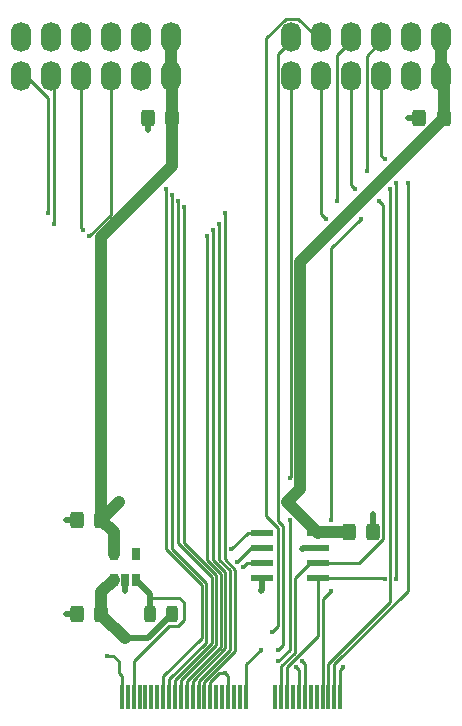
<source format=gtl>
%TF.GenerationSoftware,KiCad,Pcbnew,6.0.0-rc2-unknown-fe148df57e~144~ubuntu20.04.1*%
%TF.CreationDate,2021-12-26T07:15:28-08:00*%
%TF.ProjectId,micromod-pmod-function,6d696372-6f6d-46f6-942d-706d6f642d66,rev?*%
%TF.SameCoordinates,Original*%
%TF.FileFunction,Copper,L1,Top*%
%TF.FilePolarity,Positive*%
%FSLAX46Y46*%
G04 Gerber Fmt 4.6, Leading zero omitted, Abs format (unit mm)*
G04 Created by KiCad (PCBNEW 6.0.0-rc2-unknown-fe148df57e~144~ubuntu20.04.1) date 2021-12-26 07:15:28*
%MOMM*%
%LPD*%
G01*
G04 APERTURE LIST*
G04 Aperture macros list*
%AMRoundRect*
0 Rectangle with rounded corners*
0 $1 Rounding radius*
0 $2 $3 $4 $5 $6 $7 $8 $9 X,Y pos of 4 corners*
0 Add a 4 corners polygon primitive as box body*
4,1,4,$2,$3,$4,$5,$6,$7,$8,$9,$2,$3,0*
0 Add four circle primitives for the rounded corners*
1,1,$1+$1,$2,$3*
1,1,$1+$1,$4,$5*
1,1,$1+$1,$6,$7*
1,1,$1+$1,$8,$9*
0 Add four rect primitives between the rounded corners*
20,1,$1+$1,$2,$3,$4,$5,0*
20,1,$1+$1,$4,$5,$6,$7,0*
20,1,$1+$1,$6,$7,$8,$9,0*
20,1,$1+$1,$8,$9,$2,$3,0*%
G04 Aperture macros list end*
%TA.AperFunction,SMDPad,CuDef*%
%ADD10R,0.650000X1.060000*%
%TD*%
%TA.AperFunction,ComponentPad*%
%ADD11O,1.700000X2.540000*%
%TD*%
%TA.AperFunction,SMDPad,CuDef*%
%ADD12RoundRect,0.250000X0.325000X0.450000X-0.325000X0.450000X-0.325000X-0.450000X0.325000X-0.450000X0*%
%TD*%
%TA.AperFunction,SMDPad,CuDef*%
%ADD13R,0.350000X2.000000*%
%TD*%
%TA.AperFunction,SMDPad,CuDef*%
%ADD14R,1.981200X0.558800*%
%TD*%
%TA.AperFunction,SMDPad,CuDef*%
%ADD15RoundRect,0.250000X-0.325000X-0.450000X0.325000X-0.450000X0.325000X0.450000X-0.325000X0.450000X0*%
%TD*%
%TA.AperFunction,SMDPad,CuDef*%
%ADD16RoundRect,0.243750X-0.243750X-0.456250X0.243750X-0.456250X0.243750X0.456250X-0.243750X0.456250X0*%
%TD*%
%TA.AperFunction,ViaPad*%
%ADD17C,0.400000*%
%TD*%
%TA.AperFunction,Conductor*%
%ADD18C,0.250000*%
%TD*%
%TA.AperFunction,Conductor*%
%ADD19C,0.500000*%
%TD*%
%TA.AperFunction,Conductor*%
%ADD20C,1.000000*%
%TD*%
G04 APERTURE END LIST*
D10*
%TO.P,U2,1,VIN*%
%TO.N,VCC*%
X190050000Y-139100000D03*
%TO.P,U2,2,GND*%
%TO.N,GND*%
X191000000Y-139100000D03*
%TO.P,U2,3,EN*%
%TO.N,/PWR_EN*%
X191950000Y-139100000D03*
%TO.P,U2,4,NC*%
%TO.N,unconnected-(U2-Pad4)*%
X191950000Y-136900000D03*
%TO.P,U2,5,VOUT*%
%TO.N,+3V3*%
X190050000Y-136900000D03*
%TD*%
D11*
%TO.P,J3,1,D0*%
%TO.N,/CTS*%
X205080000Y-96438500D03*
%TO.P,J3,2,D1*%
%TO.N,/SDO*%
X207620000Y-96438500D03*
%TO.P,J3,3,D2*%
%TO.N,/SDI*%
X210160000Y-96438500D03*
%TO.P,J3,4,D3*%
%TO.N,/SCK*%
X212700000Y-96438500D03*
%TO.P,J3,5,GND1*%
%TO.N,GND*%
X215240000Y-96438500D03*
%TO.P,J3,6,VCC1*%
%TO.N,+3V3*%
X217780000Y-96438500D03*
%TO.P,J3,7,D4*%
%TO.N,/RX*%
X205080000Y-93098500D03*
%TO.P,J3,8,D5*%
%TO.N,/TX*%
X207620000Y-93098500D03*
%TO.P,J3,9,D6*%
%TO.N,SCL*%
X210160000Y-93098500D03*
%TO.P,J3,10,D7*%
%TO.N,SDA*%
X212700000Y-93098500D03*
%TO.P,J3,11,GND2*%
%TO.N,GND*%
X215240000Y-93098500D03*
%TO.P,J3,12,VCC2*%
%TO.N,+3V3*%
X217780000Y-93098500D03*
%TD*%
D12*
%TO.P,C2,1*%
%TO.N,+3V3*%
X189000000Y-134000000D03*
%TO.P,C2,2*%
%TO.N,GND*%
X186950000Y-134000000D03*
%TD*%
D13*
%TO.P,J1,1,GND*%
%TO.N,GND*%
X209250000Y-149000000D03*
%TO.P,J1,3,SPI_SCK*%
%TO.N,/SCK*%
X208750000Y-149000000D03*
%TO.P,J1,5,SPI_SDI*%
%TO.N,/SDI*%
X208250000Y-149000000D03*
%TO.P,J1,7,SPI_SDO*%
%TO.N,/SDO*%
X207750000Y-149000000D03*
%TO.P,J1,9*%
%TO.N,N/C*%
X207250000Y-149000000D03*
%TO.P,J1,11*%
X206750000Y-149000000D03*
%TO.P,J1,13,TX*%
%TO.N,/TX*%
X206250000Y-149000000D03*
%TO.P,J1,15,RX*%
%TO.N,/RX*%
X205750000Y-149000000D03*
%TO.P,J1,17*%
%TO.N,N/C*%
X205250000Y-149000000D03*
%TO.P,J1,19,I2C_SDA*%
%TO.N,SDA*%
X204750000Y-149000000D03*
%TO.P,J1,21,I2C_SCL*%
%TO.N,SCL*%
X204250000Y-149000000D03*
%TO.P,J1,23,I2C_~{INT}*%
%TO.N,unconnected-(J1-Pad23)*%
X203750000Y-149000000D03*
%TO.P,J1,33,GND*%
%TO.N,GND*%
X201250000Y-149000000D03*
%TO.P,J1,35,USBHOST_D+*%
%TO.N,unconnected-(J1-Pad35)*%
X200750000Y-149000000D03*
%TO.P,J1,37,USBHOST_D-*%
%TO.N,unconnected-(J1-Pad37)*%
X200250000Y-149000000D03*
%TO.P,J1,39,GND*%
%TO.N,GND*%
X199750000Y-149000000D03*
%TO.P,J1,41,CAN-RX*%
%TO.N,unconnected-(J1-Pad41)*%
X199250000Y-149000000D03*
%TO.P,J1,43,CAN-TX*%
%TO.N,unconnected-(J1-Pad43)*%
X198750000Y-149000000D03*
%TO.P,J1,45,GND*%
%TO.N,GND*%
X198250000Y-149000000D03*
%TO.P,J1,47,F0/~{INT}*%
%TO.N,/D0*%
X197750000Y-149000000D03*
%TO.P,J1,49,F1/~{CS}*%
%TO.N,/D1*%
X197250000Y-149000000D03*
%TO.P,J1,51,F2/PWM*%
%TO.N,/D2*%
X196750000Y-149000000D03*
%TO.P,J1,53,F3*%
%TO.N,/D3*%
X196250000Y-149000000D03*
%TO.P,J1,55,F4*%
%TO.N,/D4*%
X195750000Y-149000000D03*
%TO.P,J1,57,F5*%
%TO.N,/D5*%
X195250000Y-149000000D03*
%TO.P,J1,59,F6*%
%TO.N,/D6*%
X194750000Y-149000000D03*
%TO.P,J1,61,F7*%
%TO.N,/D7*%
X194250000Y-149000000D03*
%TO.P,J1,63*%
%TO.N,N/C*%
X193750000Y-149000000D03*
%TO.P,J1,65*%
X193250000Y-149000000D03*
%TO.P,J1,67*%
X192750000Y-149000000D03*
%TO.P,J1,69*%
X192250000Y-149000000D03*
%TO.P,J1,71,PWR_EN*%
%TO.N,/PWR_EN*%
X191750000Y-149000000D03*
%TO.P,J1,73,3.3V*%
%TO.N,unconnected-(J1-Pad73)*%
X191250000Y-149000000D03*
%TO.P,J1,75,GND*%
%TO.N,GND*%
X190750000Y-149000000D03*
%TD*%
D11*
%TO.P,J2,1,D0*%
%TO.N,/D0*%
X182220000Y-96438500D03*
%TO.P,J2,2,D1*%
%TO.N,/D1*%
X184760000Y-96438500D03*
%TO.P,J2,3,D2*%
%TO.N,/D2*%
X187300000Y-96438500D03*
%TO.P,J2,4,D3*%
%TO.N,/D3*%
X189840000Y-96438500D03*
%TO.P,J2,5,GND1*%
%TO.N,GND*%
X192380000Y-96438500D03*
%TO.P,J2,6,VCC1*%
%TO.N,+3V3*%
X194920000Y-96438500D03*
%TO.P,J2,7,D4*%
%TO.N,/D4*%
X182220000Y-93098500D03*
%TO.P,J2,8,D5*%
%TO.N,/D5*%
X184760000Y-93098500D03*
%TO.P,J2,9,D6*%
%TO.N,/D6*%
X187300000Y-93098500D03*
%TO.P,J2,10,D7*%
%TO.N,/D7*%
X189840000Y-93098500D03*
%TO.P,J2,11,GND2*%
%TO.N,GND*%
X192380000Y-93098500D03*
%TO.P,J2,12,VCC2*%
%TO.N,+3V3*%
X194920000Y-93098500D03*
%TD*%
D14*
%TO.P,U1,1,A0*%
%TO.N,/A0*%
X202637800Y-135095000D03*
%TO.P,U1,2,A1*%
%TO.N,/A1*%
X202637800Y-136365000D03*
%TO.P,U1,3,A2*%
%TO.N,/A2*%
X202637800Y-137635000D03*
%TO.P,U1,4,VSS*%
%TO.N,GND*%
X202637800Y-138905000D03*
%TO.P,U1,5,SDA*%
%TO.N,SDA*%
X207362200Y-138905000D03*
%TO.P,U1,6,SCL*%
%TO.N,SCL*%
X207362200Y-137635000D03*
%TO.P,U1,7,WP*%
%TO.N,GND*%
X207362200Y-136365000D03*
%TO.P,U1,8,VCC*%
%TO.N,+3V3*%
X207362200Y-135095000D03*
%TD*%
D15*
%TO.P,C1,1*%
%TO.N,GND*%
X186975000Y-142000000D03*
%TO.P,C1,2*%
%TO.N,VCC*%
X189025000Y-142000000D03*
%TD*%
D12*
%TO.P,C4,1*%
%TO.N,+3V3*%
X218000000Y-100000000D03*
%TO.P,C4,2*%
%TO.N,GND*%
X215950000Y-100000000D03*
%TD*%
D16*
%TO.P,R1,1*%
%TO.N,/PWR_EN*%
X193125000Y-142000000D03*
%TO.P,R1,2*%
%TO.N,VCC*%
X195000000Y-142000000D03*
%TD*%
D15*
%TO.P,C5,1*%
%TO.N,+3V3*%
X209975000Y-135000000D03*
%TO.P,C5,2*%
%TO.N,GND*%
X212025000Y-135000000D03*
%TD*%
D12*
%TO.P,C3,1*%
%TO.N,+3V3*%
X195025000Y-100000000D03*
%TO.P,C3,2*%
%TO.N,GND*%
X192975000Y-100000000D03*
%TD*%
D17*
%TO.N,GND*%
X206000000Y-136500000D03*
X191000000Y-140000000D03*
X186000000Y-134000000D03*
X215000000Y-100000000D03*
X186000000Y-142000000D03*
X212000000Y-133500000D03*
X209500000Y-146500000D03*
X193000000Y-101000000D03*
X189500000Y-145500000D03*
X202500000Y-140000000D03*
X199500000Y-147000000D03*
X202500000Y-145000000D03*
%TO.N,VCC*%
X190500000Y-143500000D03*
X191000000Y-144000000D03*
%TO.N,+3V3*%
X204767200Y-132500000D03*
X190500000Y-132500000D03*
%TO.N,/SCK*%
X213000000Y-103500000D03*
X215000000Y-105500000D03*
%TO.N,/SDI*%
X213500000Y-106000000D03*
X210500000Y-106000000D03*
%TO.N,/SDO*%
X208500000Y-134000000D03*
X208500000Y-140000000D03*
X211000000Y-108500000D03*
X208000000Y-108500000D03*
%TO.N,/TX*%
X206000000Y-146000000D03*
X203500000Y-143500000D03*
%TO.N,/RX*%
X205500000Y-146500000D03*
X204000000Y-145000000D03*
%TO.N,/CTS*%
X205000000Y-134000000D03*
X205000000Y-130500000D03*
X204000000Y-146000000D03*
%TO.N,SDA*%
X214000000Y-105500000D03*
X211500000Y-104500000D03*
X213000000Y-139000000D03*
X214000000Y-139000000D03*
%TO.N,SCL*%
X209000000Y-107000000D03*
X212500000Y-107000000D03*
%TO.N,/D0*%
X199500000Y-108000000D03*
X184500000Y-108000000D03*
%TO.N,/D1*%
X185000000Y-109000000D03*
X199000000Y-109000000D03*
%TO.N,/D2*%
X198500000Y-109500000D03*
X187500000Y-109500000D03*
%TO.N,/D3*%
X188000000Y-110000000D03*
X198000000Y-110000000D03*
%TO.N,/D4*%
X196000000Y-107500000D03*
%TO.N,/D5*%
X195500000Y-107000000D03*
%TO.N,/D6*%
X195000000Y-106500000D03*
%TO.N,/D7*%
X194500000Y-106000000D03*
%TO.N,/A2*%
X201000000Y-138000000D03*
%TO.N,/A1*%
X200462835Y-137600142D03*
%TO.N,/A0*%
X200000000Y-136500000D03*
%TD*%
D18*
%TO.N,GND*%
X199750000Y-149000000D02*
X199750000Y-147250000D01*
D19*
X206135000Y-136365000D02*
X206000000Y-136500000D01*
X212025000Y-133525000D02*
X212000000Y-133500000D01*
D18*
X201250000Y-146250000D02*
X202500000Y-145000000D01*
X190500000Y-147000000D02*
X190500000Y-146000000D01*
X199000000Y-147000000D02*
X199500000Y-147000000D01*
X190750000Y-149000000D02*
X190750000Y-147250000D01*
D19*
X207362200Y-136365000D02*
X206135000Y-136365000D01*
D18*
X209250000Y-149000000D02*
X209250000Y-146750000D01*
D19*
X192975000Y-100975000D02*
X193000000Y-101000000D01*
D18*
X190500000Y-147000000D02*
X190750000Y-147250000D01*
X199750000Y-147250000D02*
X199500000Y-147000000D01*
D19*
X202637800Y-139862200D02*
X202500000Y-140000000D01*
X212025000Y-135000000D02*
X212025000Y-133525000D01*
X191000000Y-139100000D02*
X191000000Y-140000000D01*
D18*
X209250000Y-146750000D02*
X209500000Y-146500000D01*
X190500000Y-146000000D02*
X190000000Y-145500000D01*
D19*
X215950000Y-100000000D02*
X215000000Y-100000000D01*
X186950000Y-134000000D02*
X186000000Y-134000000D01*
D18*
X198250000Y-147750000D02*
X199000000Y-147000000D01*
X201250000Y-149000000D02*
X201250000Y-146250000D01*
D19*
X202637800Y-138905000D02*
X202637800Y-139862200D01*
D18*
X198250000Y-149000000D02*
X198250000Y-147750000D01*
X190000000Y-145500000D02*
X189500000Y-145500000D01*
D19*
X192975000Y-100000000D02*
X192975000Y-100975000D01*
X186975000Y-142000000D02*
X186000000Y-142000000D01*
D20*
%TO.N,VCC*%
X189025000Y-142025000D02*
X191000000Y-144000000D01*
X189025000Y-140125000D02*
X190048489Y-139101511D01*
X189025000Y-142000000D02*
X189025000Y-140125000D01*
D19*
X193000000Y-144000000D02*
X191000000Y-144000000D01*
D20*
X189025000Y-142000000D02*
X189025000Y-142025000D01*
D19*
X195000000Y-142000000D02*
X193000000Y-144000000D01*
D20*
%TO.N,+3V3*%
X189000000Y-134000000D02*
X190500000Y-132500000D01*
X207457200Y-135000000D02*
X207362200Y-135095000D01*
X205849501Y-131417699D02*
X204767200Y-132500000D01*
X218000000Y-100000000D02*
X218000000Y-96258500D01*
X194920000Y-93498500D02*
X194920000Y-96038500D01*
X218000000Y-96258500D02*
X217780000Y-96038500D01*
X189000000Y-110062798D02*
X195000000Y-104062798D01*
X190050000Y-136900000D02*
X190050000Y-135050000D01*
X217780000Y-96406614D02*
X217780000Y-96038500D01*
X207362200Y-135095000D02*
X204767200Y-132500000D01*
X190050000Y-135050000D02*
X189000000Y-134000000D01*
X218000000Y-100000000D02*
X205849501Y-112150499D01*
X217780000Y-93498500D02*
X217780000Y-96038500D01*
X209975000Y-135000000D02*
X207457200Y-135000000D01*
X195000000Y-96118500D02*
X194920000Y-96038500D01*
X205849501Y-112150499D02*
X205849501Y-131417699D01*
X189000000Y-134000000D02*
X189000000Y-110062798D01*
X195000000Y-104062798D02*
X195000000Y-96118500D01*
D18*
%TO.N,/SCK*%
X212700000Y-103200000D02*
X213000000Y-103500000D01*
X208750000Y-146250000D02*
X208750000Y-149000000D01*
X215000000Y-140000000D02*
X208750000Y-146250000D01*
X215000000Y-105500000D02*
X215000000Y-140000000D01*
X212700000Y-96038500D02*
X212700000Y-103200000D01*
%TO.N,/SDI*%
X213500000Y-140967534D02*
X208250000Y-146217534D01*
X210160000Y-96038500D02*
X210160000Y-105660000D01*
X210160000Y-105660000D02*
X210500000Y-106000000D01*
X213500000Y-106000000D02*
X213500000Y-140967534D01*
X208250000Y-146217534D02*
X208250000Y-149000000D01*
%TO.N,/SDO*%
X211000000Y-108500000D02*
X208500000Y-111000000D01*
X207620000Y-96038500D02*
X207620000Y-108120000D01*
X208500000Y-111000000D02*
X208500000Y-134000000D01*
X208500000Y-140000000D02*
X207750000Y-140750000D01*
X207620000Y-108120000D02*
X208000000Y-108500000D01*
X207750000Y-140750000D02*
X207750000Y-149000000D01*
%TO.N,/TX*%
X206000000Y-146000000D02*
X206250000Y-146250000D01*
X204000000Y-143000000D02*
X203500000Y-143500000D01*
X203000000Y-93200716D02*
X203000000Y-94000000D01*
X206250000Y-146250000D02*
X206250000Y-149000000D01*
X203000000Y-133684178D02*
X204000000Y-134684178D01*
X207620000Y-93498500D02*
X205698480Y-91576980D01*
X205698480Y-91576980D02*
X204623736Y-91576980D01*
X203000000Y-94000000D02*
X203000000Y-133684178D01*
X204000000Y-134684178D02*
X204000000Y-140000000D01*
X204000000Y-140000000D02*
X204000000Y-143000000D01*
X204623736Y-91576980D02*
X203000000Y-93200716D01*
%TO.N,/RX*%
X205750000Y-146750000D02*
X205750000Y-149000000D01*
X204376511Y-144623489D02*
X204000000Y-145000000D01*
X204376511Y-134528223D02*
X204376511Y-144623489D01*
X205500000Y-146500000D02*
X205750000Y-146750000D01*
X203978480Y-134130192D02*
X204376511Y-134528223D01*
X205080000Y-93498500D02*
X203978480Y-94600020D01*
X203978480Y-94600020D02*
X203978480Y-134130192D01*
%TO.N,/CTS*%
X205080000Y-96038500D02*
X205080000Y-130420000D01*
X205080000Y-130420000D02*
X205000000Y-130500000D01*
X205000000Y-134000000D02*
X205000000Y-145000000D01*
X205000000Y-145000000D02*
X204000000Y-146000000D01*
%TO.N,SDA*%
X204750000Y-146453513D02*
X204750000Y-149000000D01*
X207362200Y-138905000D02*
X207362200Y-143841313D01*
X212700000Y-93498500D02*
X211500000Y-94698500D01*
X212905000Y-138905000D02*
X207362200Y-138905000D01*
X211500000Y-94698500D02*
X211500000Y-104500000D01*
X214000000Y-105500000D02*
X214000000Y-139000000D01*
X213000000Y-139000000D02*
X212905000Y-138905000D01*
X207362200Y-143841313D02*
X204750000Y-146453513D01*
%TO.N,SCL*%
X212851520Y-107351520D02*
X212851520Y-135657736D01*
X212851520Y-135657736D02*
X210874256Y-137635000D01*
X205376511Y-145294536D02*
X204250000Y-146421047D01*
X204250000Y-146421047D02*
X204250000Y-149000000D01*
X210160000Y-93498500D02*
X209000000Y-94658500D01*
X206651000Y-137635000D02*
X205376511Y-138909489D01*
X210874256Y-137635000D02*
X207362200Y-137635000D01*
X207362200Y-137635000D02*
X206651000Y-137635000D01*
X205376511Y-138909489D02*
X205376511Y-145294536D01*
X212500000Y-107000000D02*
X212851520Y-107351520D01*
X209000000Y-94658500D02*
X209000000Y-107000000D01*
%TO.N,/D0*%
X200376511Y-138214166D02*
X199500000Y-137337655D01*
X199500000Y-137337655D02*
X199500000Y-108000000D01*
X184500000Y-98318500D02*
X182220000Y-96038500D01*
X197750000Y-149000000D02*
X197750000Y-147717534D01*
X184500000Y-108000000D02*
X184500000Y-98318500D01*
X197750000Y-147717534D02*
X200376511Y-145091023D01*
X200376511Y-145091023D02*
X200376511Y-138214166D01*
%TO.N,/D1*%
X197250000Y-149000000D02*
X197250000Y-147685068D01*
X199882551Y-138252680D02*
X199000000Y-137370129D01*
X185000000Y-96278500D02*
X184760000Y-96038500D01*
X199882551Y-145052517D02*
X199882551Y-138252680D01*
X185000000Y-109000000D02*
X185000000Y-96278500D01*
X197250000Y-147685068D02*
X199882551Y-145052517D01*
X199000000Y-137370129D02*
X199000000Y-109000000D01*
%TO.N,/D2*%
X196750000Y-149000000D02*
X196750000Y-147652604D01*
X187300000Y-109300000D02*
X187300000Y-96038500D01*
X196750000Y-147652604D02*
X199506040Y-144896564D01*
X199506040Y-138408642D02*
X198500000Y-137402602D01*
X199506040Y-144896564D02*
X199506040Y-138408642D01*
X198500000Y-137402602D02*
X198500000Y-109500000D01*
X187500000Y-109500000D02*
X187300000Y-109300000D01*
%TO.N,/D3*%
X196250000Y-147620137D02*
X199129529Y-144740608D01*
X199129529Y-138564597D02*
X198000000Y-137435068D01*
X198000000Y-137435068D02*
X198000000Y-110000000D01*
X189840000Y-108160000D02*
X189840000Y-96038500D01*
X188000000Y-110000000D02*
X189840000Y-108160000D01*
X199129529Y-144740608D02*
X199129529Y-138564597D01*
X196250000Y-149000000D02*
X196250000Y-147620137D01*
%TO.N,/D4*%
X198753018Y-144584652D02*
X198753018Y-138720552D01*
X198753018Y-138720552D02*
X196000000Y-135967534D01*
X195750000Y-147587670D02*
X198753018Y-144584652D01*
X196000000Y-135967534D02*
X196000000Y-107500000D01*
X195750000Y-149000000D02*
X195750000Y-147587670D01*
%TO.N,/D5*%
X195250000Y-147555198D02*
X195250000Y-149000000D01*
X198376507Y-138876507D02*
X198376507Y-144428691D01*
X198376507Y-144428691D02*
X195250000Y-147555198D01*
X195500000Y-107000000D02*
X195500000Y-136000000D01*
X195500000Y-136000000D02*
X198376507Y-138876507D01*
%TO.N,/D6*%
X194750000Y-149000000D02*
X194750000Y-147522732D01*
X197876510Y-139344044D02*
X195000000Y-136467534D01*
X195000000Y-136467534D02*
X195000000Y-106500000D01*
X197876510Y-144396222D02*
X197876510Y-139344044D01*
X194750000Y-147522732D02*
X197876510Y-144396222D01*
%TO.N,/D7*%
X194250000Y-147250000D02*
X194250000Y-149000000D01*
X197500000Y-139500000D02*
X197500000Y-144000000D01*
X194500000Y-136500000D02*
X197500000Y-139500000D01*
X197500000Y-144000000D02*
X194250000Y-147250000D01*
X194500000Y-106000000D02*
X194500000Y-136500000D01*
D19*
%TO.N,/PWR_EN*%
X193125000Y-142000000D02*
X193125000Y-140625000D01*
D18*
X195625000Y-140625000D02*
X193125000Y-140625000D01*
X194709256Y-143000000D02*
X195500000Y-143000000D01*
X195500000Y-143000000D02*
X196000000Y-142500000D01*
X196000000Y-142500000D02*
X196000000Y-141000000D01*
X191750000Y-149000000D02*
X191750000Y-145959256D01*
D19*
X193125000Y-140625000D02*
X193125000Y-140275000D01*
X193125000Y-140275000D02*
X191950000Y-139100000D01*
D18*
X191750000Y-145959256D02*
X194709256Y-143000000D01*
X196000000Y-141000000D02*
X195625000Y-140625000D01*
%TO.N,/A2*%
X202637800Y-137635000D02*
X201365000Y-137635000D01*
X201365000Y-137635000D02*
X201000000Y-138000000D01*
%TO.N,/A1*%
X201697977Y-136365000D02*
X202637800Y-136365000D01*
X200462835Y-137600142D02*
X201697977Y-136365000D01*
%TO.N,/A0*%
X201405000Y-135095000D02*
X200000000Y-136500000D01*
X202637800Y-135095000D02*
X201405000Y-135095000D01*
%TD*%
M02*

</source>
